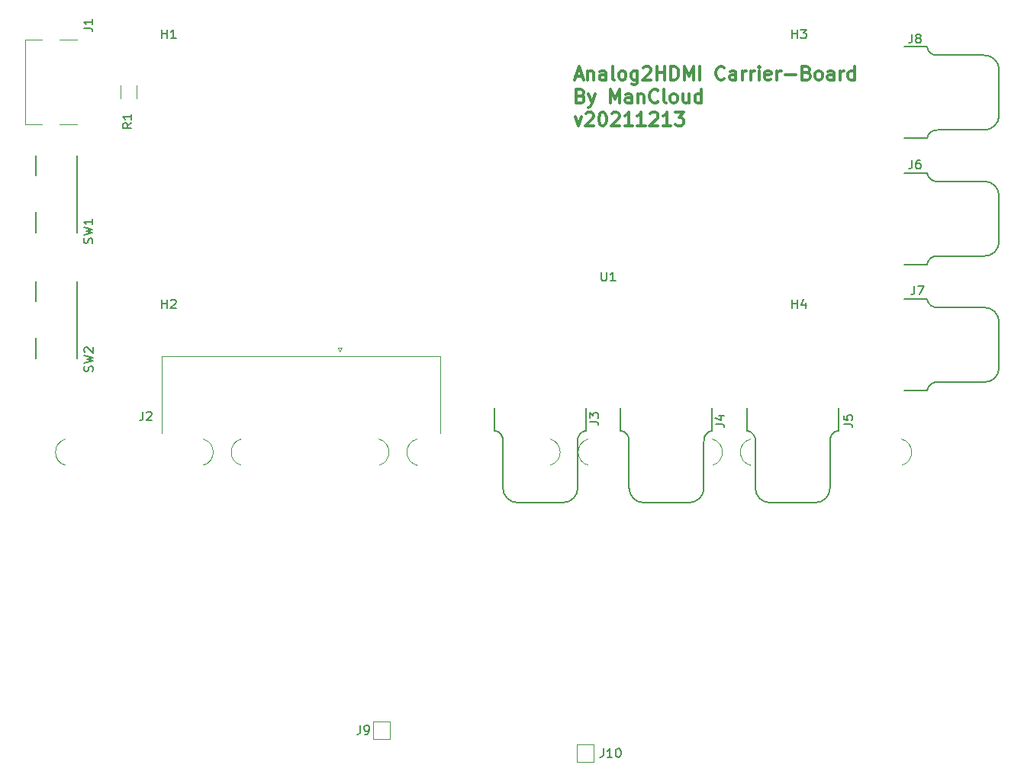
<source format=gbr>
%TF.GenerationSoftware,KiCad,Pcbnew,(5.1.10)-1*%
%TF.CreationDate,2021-12-13T12:24:24+01:00*%
%TF.ProjectId,Analog2HDMI_panel,416e616c-6f67-4324-9844-4d495f70616e,rev?*%
%TF.SameCoordinates,Original*%
%TF.FileFunction,Legend,Top*%
%TF.FilePolarity,Positive*%
%FSLAX46Y46*%
G04 Gerber Fmt 4.6, Leading zero omitted, Abs format (unit mm)*
G04 Created by KiCad (PCBNEW (5.1.10)-1) date 2021-12-13 12:24:24*
%MOMM*%
%LPD*%
G01*
G04 APERTURE LIST*
%ADD10C,0.300000*%
%ADD11C,0.120000*%
%ADD12C,0.150000*%
%ADD13C,0.127000*%
G04 APERTURE END LIST*
D10*
X160218714Y-59740000D02*
X160933000Y-59740000D01*
X160075857Y-60168571D02*
X160575857Y-58668571D01*
X161075857Y-60168571D01*
X161575857Y-59168571D02*
X161575857Y-60168571D01*
X161575857Y-59311428D02*
X161647285Y-59240000D01*
X161790142Y-59168571D01*
X162004428Y-59168571D01*
X162147285Y-59240000D01*
X162218714Y-59382857D01*
X162218714Y-60168571D01*
X163575857Y-60168571D02*
X163575857Y-59382857D01*
X163504428Y-59240000D01*
X163361571Y-59168571D01*
X163075857Y-59168571D01*
X162933000Y-59240000D01*
X163575857Y-60097142D02*
X163433000Y-60168571D01*
X163075857Y-60168571D01*
X162933000Y-60097142D01*
X162861571Y-59954285D01*
X162861571Y-59811428D01*
X162933000Y-59668571D01*
X163075857Y-59597142D01*
X163433000Y-59597142D01*
X163575857Y-59525714D01*
X164504428Y-60168571D02*
X164361571Y-60097142D01*
X164290142Y-59954285D01*
X164290142Y-58668571D01*
X165290142Y-60168571D02*
X165147285Y-60097142D01*
X165075857Y-60025714D01*
X165004428Y-59882857D01*
X165004428Y-59454285D01*
X165075857Y-59311428D01*
X165147285Y-59240000D01*
X165290142Y-59168571D01*
X165504428Y-59168571D01*
X165647285Y-59240000D01*
X165718714Y-59311428D01*
X165790142Y-59454285D01*
X165790142Y-59882857D01*
X165718714Y-60025714D01*
X165647285Y-60097142D01*
X165504428Y-60168571D01*
X165290142Y-60168571D01*
X167075857Y-59168571D02*
X167075857Y-60382857D01*
X167004428Y-60525714D01*
X166933000Y-60597142D01*
X166790142Y-60668571D01*
X166575857Y-60668571D01*
X166433000Y-60597142D01*
X167075857Y-60097142D02*
X166933000Y-60168571D01*
X166647285Y-60168571D01*
X166504428Y-60097142D01*
X166433000Y-60025714D01*
X166361571Y-59882857D01*
X166361571Y-59454285D01*
X166433000Y-59311428D01*
X166504428Y-59240000D01*
X166647285Y-59168571D01*
X166933000Y-59168571D01*
X167075857Y-59240000D01*
X167718714Y-58811428D02*
X167790142Y-58740000D01*
X167933000Y-58668571D01*
X168290142Y-58668571D01*
X168433000Y-58740000D01*
X168504428Y-58811428D01*
X168575857Y-58954285D01*
X168575857Y-59097142D01*
X168504428Y-59311428D01*
X167647285Y-60168571D01*
X168575857Y-60168571D01*
X169218714Y-60168571D02*
X169218714Y-58668571D01*
X169218714Y-59382857D02*
X170075857Y-59382857D01*
X170075857Y-60168571D02*
X170075857Y-58668571D01*
X170790142Y-60168571D02*
X170790142Y-58668571D01*
X171147285Y-58668571D01*
X171361571Y-58740000D01*
X171504428Y-58882857D01*
X171575857Y-59025714D01*
X171647285Y-59311428D01*
X171647285Y-59525714D01*
X171575857Y-59811428D01*
X171504428Y-59954285D01*
X171361571Y-60097142D01*
X171147285Y-60168571D01*
X170790142Y-60168571D01*
X172290142Y-60168571D02*
X172290142Y-58668571D01*
X172790142Y-59740000D01*
X173290142Y-58668571D01*
X173290142Y-60168571D01*
X174004428Y-60168571D02*
X174004428Y-58668571D01*
X176718714Y-60025714D02*
X176647285Y-60097142D01*
X176433000Y-60168571D01*
X176290142Y-60168571D01*
X176075857Y-60097142D01*
X175933000Y-59954285D01*
X175861571Y-59811428D01*
X175790142Y-59525714D01*
X175790142Y-59311428D01*
X175861571Y-59025714D01*
X175933000Y-58882857D01*
X176075857Y-58740000D01*
X176290142Y-58668571D01*
X176433000Y-58668571D01*
X176647285Y-58740000D01*
X176718714Y-58811428D01*
X178004428Y-60168571D02*
X178004428Y-59382857D01*
X177933000Y-59240000D01*
X177790142Y-59168571D01*
X177504428Y-59168571D01*
X177361571Y-59240000D01*
X178004428Y-60097142D02*
X177861571Y-60168571D01*
X177504428Y-60168571D01*
X177361571Y-60097142D01*
X177290142Y-59954285D01*
X177290142Y-59811428D01*
X177361571Y-59668571D01*
X177504428Y-59597142D01*
X177861571Y-59597142D01*
X178004428Y-59525714D01*
X178718714Y-60168571D02*
X178718714Y-59168571D01*
X178718714Y-59454285D02*
X178790142Y-59311428D01*
X178861571Y-59240000D01*
X179004428Y-59168571D01*
X179147285Y-59168571D01*
X179647285Y-60168571D02*
X179647285Y-59168571D01*
X179647285Y-59454285D02*
X179718714Y-59311428D01*
X179790142Y-59240000D01*
X179933000Y-59168571D01*
X180075857Y-59168571D01*
X180575857Y-60168571D02*
X180575857Y-59168571D01*
X180575857Y-58668571D02*
X180504428Y-58740000D01*
X180575857Y-58811428D01*
X180647285Y-58740000D01*
X180575857Y-58668571D01*
X180575857Y-58811428D01*
X181861571Y-60097142D02*
X181718714Y-60168571D01*
X181433000Y-60168571D01*
X181290142Y-60097142D01*
X181218714Y-59954285D01*
X181218714Y-59382857D01*
X181290142Y-59240000D01*
X181433000Y-59168571D01*
X181718714Y-59168571D01*
X181861571Y-59240000D01*
X181933000Y-59382857D01*
X181933000Y-59525714D01*
X181218714Y-59668571D01*
X182575857Y-60168571D02*
X182575857Y-59168571D01*
X182575857Y-59454285D02*
X182647285Y-59311428D01*
X182718714Y-59240000D01*
X182861571Y-59168571D01*
X183004428Y-59168571D01*
X183504428Y-59597142D02*
X184647285Y-59597142D01*
X185861571Y-59382857D02*
X186075857Y-59454285D01*
X186147285Y-59525714D01*
X186218714Y-59668571D01*
X186218714Y-59882857D01*
X186147285Y-60025714D01*
X186075857Y-60097142D01*
X185933000Y-60168571D01*
X185361571Y-60168571D01*
X185361571Y-58668571D01*
X185861571Y-58668571D01*
X186004428Y-58740000D01*
X186075857Y-58811428D01*
X186147285Y-58954285D01*
X186147285Y-59097142D01*
X186075857Y-59240000D01*
X186004428Y-59311428D01*
X185861571Y-59382857D01*
X185361571Y-59382857D01*
X187075857Y-60168571D02*
X186933000Y-60097142D01*
X186861571Y-60025714D01*
X186790142Y-59882857D01*
X186790142Y-59454285D01*
X186861571Y-59311428D01*
X186933000Y-59240000D01*
X187075857Y-59168571D01*
X187290142Y-59168571D01*
X187433000Y-59240000D01*
X187504428Y-59311428D01*
X187575857Y-59454285D01*
X187575857Y-59882857D01*
X187504428Y-60025714D01*
X187433000Y-60097142D01*
X187290142Y-60168571D01*
X187075857Y-60168571D01*
X188861571Y-60168571D02*
X188861571Y-59382857D01*
X188790142Y-59240000D01*
X188647285Y-59168571D01*
X188361571Y-59168571D01*
X188218714Y-59240000D01*
X188861571Y-60097142D02*
X188718714Y-60168571D01*
X188361571Y-60168571D01*
X188218714Y-60097142D01*
X188147285Y-59954285D01*
X188147285Y-59811428D01*
X188218714Y-59668571D01*
X188361571Y-59597142D01*
X188718714Y-59597142D01*
X188861571Y-59525714D01*
X189575857Y-60168571D02*
X189575857Y-59168571D01*
X189575857Y-59454285D02*
X189647285Y-59311428D01*
X189718714Y-59240000D01*
X189861571Y-59168571D01*
X190004428Y-59168571D01*
X191147285Y-60168571D02*
X191147285Y-58668571D01*
X191147285Y-60097142D02*
X191004428Y-60168571D01*
X190718714Y-60168571D01*
X190575857Y-60097142D01*
X190504428Y-60025714D01*
X190433000Y-59882857D01*
X190433000Y-59454285D01*
X190504428Y-59311428D01*
X190575857Y-59240000D01*
X190718714Y-59168571D01*
X191004428Y-59168571D01*
X191147285Y-59240000D01*
X160790142Y-61932857D02*
X161004428Y-62004285D01*
X161075857Y-62075714D01*
X161147285Y-62218571D01*
X161147285Y-62432857D01*
X161075857Y-62575714D01*
X161004428Y-62647142D01*
X160861571Y-62718571D01*
X160290142Y-62718571D01*
X160290142Y-61218571D01*
X160790142Y-61218571D01*
X160933000Y-61290000D01*
X161004428Y-61361428D01*
X161075857Y-61504285D01*
X161075857Y-61647142D01*
X161004428Y-61790000D01*
X160933000Y-61861428D01*
X160790142Y-61932857D01*
X160290142Y-61932857D01*
X161647285Y-61718571D02*
X162004428Y-62718571D01*
X162361571Y-61718571D02*
X162004428Y-62718571D01*
X161861571Y-63075714D01*
X161790142Y-63147142D01*
X161647285Y-63218571D01*
X164075857Y-62718571D02*
X164075857Y-61218571D01*
X164575857Y-62290000D01*
X165075857Y-61218571D01*
X165075857Y-62718571D01*
X166433000Y-62718571D02*
X166433000Y-61932857D01*
X166361571Y-61790000D01*
X166218714Y-61718571D01*
X165933000Y-61718571D01*
X165790142Y-61790000D01*
X166433000Y-62647142D02*
X166290142Y-62718571D01*
X165933000Y-62718571D01*
X165790142Y-62647142D01*
X165718714Y-62504285D01*
X165718714Y-62361428D01*
X165790142Y-62218571D01*
X165933000Y-62147142D01*
X166290142Y-62147142D01*
X166433000Y-62075714D01*
X167147285Y-61718571D02*
X167147285Y-62718571D01*
X167147285Y-61861428D02*
X167218714Y-61790000D01*
X167361571Y-61718571D01*
X167575857Y-61718571D01*
X167718714Y-61790000D01*
X167790142Y-61932857D01*
X167790142Y-62718571D01*
X169361571Y-62575714D02*
X169290142Y-62647142D01*
X169075857Y-62718571D01*
X168933000Y-62718571D01*
X168718714Y-62647142D01*
X168575857Y-62504285D01*
X168504428Y-62361428D01*
X168433000Y-62075714D01*
X168433000Y-61861428D01*
X168504428Y-61575714D01*
X168575857Y-61432857D01*
X168718714Y-61290000D01*
X168933000Y-61218571D01*
X169075857Y-61218571D01*
X169290142Y-61290000D01*
X169361571Y-61361428D01*
X170218714Y-62718571D02*
X170075857Y-62647142D01*
X170004428Y-62504285D01*
X170004428Y-61218571D01*
X171004428Y-62718571D02*
X170861571Y-62647142D01*
X170790142Y-62575714D01*
X170718714Y-62432857D01*
X170718714Y-62004285D01*
X170790142Y-61861428D01*
X170861571Y-61790000D01*
X171004428Y-61718571D01*
X171218714Y-61718571D01*
X171361571Y-61790000D01*
X171433000Y-61861428D01*
X171504428Y-62004285D01*
X171504428Y-62432857D01*
X171433000Y-62575714D01*
X171361571Y-62647142D01*
X171218714Y-62718571D01*
X171004428Y-62718571D01*
X172790142Y-61718571D02*
X172790142Y-62718571D01*
X172147285Y-61718571D02*
X172147285Y-62504285D01*
X172218714Y-62647142D01*
X172361571Y-62718571D01*
X172575857Y-62718571D01*
X172718714Y-62647142D01*
X172790142Y-62575714D01*
X174147285Y-62718571D02*
X174147285Y-61218571D01*
X174147285Y-62647142D02*
X174004428Y-62718571D01*
X173718714Y-62718571D01*
X173575857Y-62647142D01*
X173504428Y-62575714D01*
X173433000Y-62432857D01*
X173433000Y-62004285D01*
X173504428Y-61861428D01*
X173575857Y-61790000D01*
X173718714Y-61718571D01*
X174004428Y-61718571D01*
X174147285Y-61790000D01*
X160147285Y-64268571D02*
X160504428Y-65268571D01*
X160861571Y-64268571D01*
X161361571Y-63911428D02*
X161433000Y-63840000D01*
X161575857Y-63768571D01*
X161933000Y-63768571D01*
X162075857Y-63840000D01*
X162147285Y-63911428D01*
X162218714Y-64054285D01*
X162218714Y-64197142D01*
X162147285Y-64411428D01*
X161290142Y-65268571D01*
X162218714Y-65268571D01*
X163147285Y-63768571D02*
X163290142Y-63768571D01*
X163433000Y-63840000D01*
X163504428Y-63911428D01*
X163575857Y-64054285D01*
X163647285Y-64340000D01*
X163647285Y-64697142D01*
X163575857Y-64982857D01*
X163504428Y-65125714D01*
X163433000Y-65197142D01*
X163290142Y-65268571D01*
X163147285Y-65268571D01*
X163004428Y-65197142D01*
X162933000Y-65125714D01*
X162861571Y-64982857D01*
X162790142Y-64697142D01*
X162790142Y-64340000D01*
X162861571Y-64054285D01*
X162933000Y-63911428D01*
X163004428Y-63840000D01*
X163147285Y-63768571D01*
X164218714Y-63911428D02*
X164290142Y-63840000D01*
X164433000Y-63768571D01*
X164790142Y-63768571D01*
X164933000Y-63840000D01*
X165004428Y-63911428D01*
X165075857Y-64054285D01*
X165075857Y-64197142D01*
X165004428Y-64411428D01*
X164147285Y-65268571D01*
X165075857Y-65268571D01*
X166504428Y-65268571D02*
X165647285Y-65268571D01*
X166075857Y-65268571D02*
X166075857Y-63768571D01*
X165933000Y-63982857D01*
X165790142Y-64125714D01*
X165647285Y-64197142D01*
X167933000Y-65268571D02*
X167075857Y-65268571D01*
X167504428Y-65268571D02*
X167504428Y-63768571D01*
X167361571Y-63982857D01*
X167218714Y-64125714D01*
X167075857Y-64197142D01*
X168504428Y-63911428D02*
X168575857Y-63840000D01*
X168718714Y-63768571D01*
X169075857Y-63768571D01*
X169218714Y-63840000D01*
X169290142Y-63911428D01*
X169361571Y-64054285D01*
X169361571Y-64197142D01*
X169290142Y-64411428D01*
X168433000Y-65268571D01*
X169361571Y-65268571D01*
X170790142Y-65268571D02*
X169933000Y-65268571D01*
X170361571Y-65268571D02*
X170361571Y-63768571D01*
X170218714Y-63982857D01*
X170075857Y-64125714D01*
X169933000Y-64197142D01*
X171290142Y-63768571D02*
X172218714Y-63768571D01*
X171718714Y-64340000D01*
X171933000Y-64340000D01*
X172075857Y-64411428D01*
X172147285Y-64482857D01*
X172218714Y-64625714D01*
X172218714Y-64982857D01*
X172147285Y-65125714D01*
X172075857Y-65197142D01*
X171933000Y-65268571D01*
X171504428Y-65268571D01*
X171361571Y-65197142D01*
X171290142Y-65125714D01*
D11*
%TO.C,J9*%
X137734000Y-133338000D02*
X137734000Y-131438000D01*
X139634000Y-133338000D02*
X137734000Y-133338000D01*
X139634000Y-131438000D02*
X139634000Y-133338000D01*
X137734000Y-131438000D02*
X139634000Y-131438000D01*
%TO.C,J10*%
X160340000Y-135878000D02*
X160340000Y-133978000D01*
X162240000Y-135878000D02*
X160340000Y-135878000D01*
X162240000Y-133978000D02*
X162240000Y-135878000D01*
X160340000Y-133978000D02*
X162240000Y-133978000D01*
%TO.C,mouse-bite-3mm-slot*%
X179620316Y-102955451D02*
G75*
G02*
X179600001Y-100050001I379684J1455451D01*
G01*
X175379684Y-100044549D02*
G75*
G02*
X175399999Y-102949999I-379684J-1455451D01*
G01*
X123120316Y-102955451D02*
G75*
G02*
X123100001Y-100050001I379684J1455451D01*
G01*
X118879684Y-100044549D02*
G75*
G02*
X118899999Y-102949999I-379684J-1455451D01*
G01*
X161620316Y-102955451D02*
G75*
G02*
X161600001Y-100050001I379684J1455451D01*
G01*
X157379684Y-100044549D02*
G75*
G02*
X157399999Y-102949999I-379684J-1455451D01*
G01*
X142620316Y-102955451D02*
G75*
G02*
X142600001Y-100050001I379684J1455451D01*
G01*
X138379684Y-100044549D02*
G75*
G02*
X138399999Y-102949999I-379684J-1455451D01*
G01*
X196379684Y-100044549D02*
G75*
G02*
X196399999Y-102949999I-379684J-1455451D01*
G01*
X103620316Y-102955451D02*
G75*
G02*
X103600001Y-100050001I379684J1455451D01*
G01*
D12*
%TO.C,SW2*%
X100316000Y-88836000D02*
X100316000Y-91136000D01*
X100316000Y-82536000D02*
X100316000Y-84736000D01*
X104916000Y-82536000D02*
X104916000Y-91136000D01*
%TO.C,SW1*%
X100316000Y-74866000D02*
X100316000Y-77166000D01*
X100316000Y-68566000D02*
X100316000Y-70766000D01*
X104916000Y-68566000D02*
X104916000Y-77166000D01*
D11*
%TO.C,J1*%
X99110000Y-55735000D02*
X99110000Y-65135000D01*
X104910000Y-65135000D02*
X102910000Y-65135000D01*
X101010000Y-65135000D02*
X99110000Y-65135000D01*
X104910000Y-55735000D02*
X102910000Y-55735000D01*
X101010000Y-55735000D02*
X99110000Y-55735000D01*
D13*
%TO.C,J8*%
X200475000Y-57435000D02*
X205555000Y-57435000D01*
X207205000Y-59045000D02*
X207205000Y-64125000D01*
X205555000Y-65735000D02*
X200475000Y-65735000D01*
X196665000Y-56505000D02*
X199205000Y-56505000D01*
X196665000Y-66665000D02*
X199205000Y-66665000D01*
X199205000Y-56505000D02*
G75*
G03*
X200475000Y-57435000I1100000J170000D01*
G01*
X200475000Y-65735000D02*
G75*
G03*
X199205000Y-66665000I-170000J-1100000D01*
G01*
X207205000Y-64125000D02*
G75*
G02*
X205555000Y-65735000I-1630000J20000D01*
G01*
X205555000Y-57435000D02*
G75*
G02*
X207205000Y-59045000I20000J-1630000D01*
G01*
%TO.C,J7*%
X196665000Y-94665000D02*
X199205000Y-94665000D01*
X196665000Y-84505000D02*
X199205000Y-84505000D01*
X205555000Y-93735000D02*
X200475000Y-93735000D01*
X207205000Y-87045000D02*
X207205000Y-92125000D01*
X200475000Y-85435000D02*
X205555000Y-85435000D01*
X205555000Y-85435000D02*
G75*
G02*
X207205000Y-87045000I20000J-1630000D01*
G01*
X207205000Y-92125000D02*
G75*
G02*
X205555000Y-93735000I-1630000J20000D01*
G01*
X200475000Y-93735000D02*
G75*
G03*
X199205000Y-94665000I-170000J-1100000D01*
G01*
X199205000Y-84505000D02*
G75*
G03*
X200475000Y-85435000I1100000J170000D01*
G01*
%TO.C,J6*%
X200475000Y-71435000D02*
X205555000Y-71435000D01*
X207205000Y-73045000D02*
X207205000Y-78125000D01*
X205555000Y-79735000D02*
X200475000Y-79735000D01*
X196665000Y-70505000D02*
X199205000Y-70505000D01*
X196665000Y-80665000D02*
X199205000Y-80665000D01*
X205555000Y-71435000D02*
G75*
G02*
X207205000Y-73045000I20000J-1630000D01*
G01*
X207205000Y-78125000D02*
G75*
G02*
X205555000Y-79735000I-1630000J20000D01*
G01*
X200475000Y-79735000D02*
G75*
G03*
X199205000Y-80665000I-170000J-1100000D01*
G01*
X199205000Y-70505000D02*
G75*
G03*
X200475000Y-71435000I1100000J170000D01*
G01*
%TO.C,J5*%
X188445000Y-100370000D02*
X188445000Y-105450000D01*
X186835000Y-107100000D02*
X181755000Y-107100000D01*
X180145000Y-105450000D02*
X180145000Y-100370000D01*
X189375000Y-96560000D02*
X189375000Y-99100000D01*
X179215000Y-96560000D02*
X179215000Y-99100000D01*
X188445000Y-105450000D02*
G75*
G02*
X186835000Y-107100000I-1630000J-20000D01*
G01*
X181755000Y-107100000D02*
G75*
G02*
X180145000Y-105450000I20000J1630000D01*
G01*
X180145000Y-100370000D02*
G75*
G03*
X179215000Y-99100000I-1100000J170000D01*
G01*
X189375000Y-99100000D02*
G75*
G03*
X188445000Y-100370000I170000J-1100000D01*
G01*
%TO.C,J4*%
X165215000Y-96560000D02*
X165215000Y-99100000D01*
X175375000Y-96560000D02*
X175375000Y-99100000D01*
X166145000Y-105450000D02*
X166145000Y-100370000D01*
X172835000Y-107100000D02*
X167755000Y-107100000D01*
X174445000Y-100370000D02*
X174445000Y-105450000D01*
X175375000Y-99100000D02*
G75*
G03*
X174445000Y-100370000I170000J-1100000D01*
G01*
X166145000Y-100370000D02*
G75*
G03*
X165215000Y-99100000I-1100000J170000D01*
G01*
X167755000Y-107100000D02*
G75*
G02*
X166145000Y-105450000I20000J1630000D01*
G01*
X174445000Y-105450000D02*
G75*
G02*
X172835000Y-107100000I-1630000J-20000D01*
G01*
%TO.C,J3*%
X151215000Y-96560000D02*
X151215000Y-99100000D01*
X161375000Y-96560000D02*
X161375000Y-99100000D01*
X152145000Y-105450000D02*
X152145000Y-100370000D01*
X158835000Y-107100000D02*
X153755000Y-107100000D01*
X160445000Y-100370000D02*
X160445000Y-105450000D01*
X160445000Y-105450000D02*
G75*
G02*
X158835000Y-107100000I-1630000J-20000D01*
G01*
X153755000Y-107100000D02*
G75*
G02*
X152145000Y-105450000I20000J1630000D01*
G01*
X152145000Y-100370000D02*
G75*
G03*
X151215000Y-99100000I-1100000J170000D01*
G01*
X161375000Y-99100000D02*
G75*
G03*
X160445000Y-100370000I170000J-1100000D01*
G01*
D11*
%TO.C,R1*%
X109720000Y-62239564D02*
X109720000Y-60785436D01*
X111540000Y-62239564D02*
X111540000Y-60785436D01*
%TO.C,J2*%
X114260000Y-99430000D02*
X114260000Y-90830000D01*
X114260000Y-90830000D02*
X145230000Y-90830000D01*
X145230000Y-90830000D02*
X145230000Y-99430000D01*
X133810000Y-89935662D02*
X134310000Y-89935662D01*
X134310000Y-89935662D02*
X134060000Y-90368675D01*
X134060000Y-90368675D02*
X133810000Y-89935662D01*
%TO.C,J9*%
D12*
X136318666Y-131840380D02*
X136318666Y-132554666D01*
X136271047Y-132697523D01*
X136175809Y-132792761D01*
X136032952Y-132840380D01*
X135937714Y-132840380D01*
X136842476Y-132840380D02*
X137032952Y-132840380D01*
X137128190Y-132792761D01*
X137175809Y-132745142D01*
X137271047Y-132602285D01*
X137318666Y-132411809D01*
X137318666Y-132030857D01*
X137271047Y-131935619D01*
X137223428Y-131888000D01*
X137128190Y-131840380D01*
X136937714Y-131840380D01*
X136842476Y-131888000D01*
X136794857Y-131935619D01*
X136747238Y-132030857D01*
X136747238Y-132268952D01*
X136794857Y-132364190D01*
X136842476Y-132411809D01*
X136937714Y-132459428D01*
X137128190Y-132459428D01*
X137223428Y-132411809D01*
X137271047Y-132364190D01*
X137318666Y-132268952D01*
%TO.C,J10*%
X163274476Y-134380380D02*
X163274476Y-135094666D01*
X163226857Y-135237523D01*
X163131619Y-135332761D01*
X162988761Y-135380380D01*
X162893523Y-135380380D01*
X164274476Y-135380380D02*
X163703047Y-135380380D01*
X163988761Y-135380380D02*
X163988761Y-134380380D01*
X163893523Y-134523238D01*
X163798285Y-134618476D01*
X163703047Y-134666095D01*
X164893523Y-134380380D02*
X164988761Y-134380380D01*
X165084000Y-134428000D01*
X165131619Y-134475619D01*
X165179238Y-134570857D01*
X165226857Y-134761333D01*
X165226857Y-134999428D01*
X165179238Y-135189904D01*
X165131619Y-135285142D01*
X165084000Y-135332761D01*
X164988761Y-135380380D01*
X164893523Y-135380380D01*
X164798285Y-135332761D01*
X164750666Y-135285142D01*
X164703047Y-135189904D01*
X164655428Y-134999428D01*
X164655428Y-134761333D01*
X164703047Y-134570857D01*
X164750666Y-134475619D01*
X164798285Y-134428000D01*
X164893523Y-134380380D01*
%TO.C,U1*%
X163068095Y-81494380D02*
X163068095Y-82303904D01*
X163115714Y-82399142D01*
X163163333Y-82446761D01*
X163258571Y-82494380D01*
X163449047Y-82494380D01*
X163544285Y-82446761D01*
X163591904Y-82399142D01*
X163639523Y-82303904D01*
X163639523Y-81494380D01*
X164639523Y-82494380D02*
X164068095Y-82494380D01*
X164353809Y-82494380D02*
X164353809Y-81494380D01*
X164258571Y-81637238D01*
X164163333Y-81732476D01*
X164068095Y-81780095D01*
%TO.C,SW2*%
X106620761Y-92519333D02*
X106668380Y-92376476D01*
X106668380Y-92138380D01*
X106620761Y-92043142D01*
X106573142Y-91995523D01*
X106477904Y-91947904D01*
X106382666Y-91947904D01*
X106287428Y-91995523D01*
X106239809Y-92043142D01*
X106192190Y-92138380D01*
X106144571Y-92328857D01*
X106096952Y-92424095D01*
X106049333Y-92471714D01*
X105954095Y-92519333D01*
X105858857Y-92519333D01*
X105763619Y-92471714D01*
X105716000Y-92424095D01*
X105668380Y-92328857D01*
X105668380Y-92090761D01*
X105716000Y-91947904D01*
X105668380Y-91614571D02*
X106668380Y-91376476D01*
X105954095Y-91186000D01*
X106668380Y-90995523D01*
X105668380Y-90757428D01*
X105763619Y-90424095D02*
X105716000Y-90376476D01*
X105668380Y-90281238D01*
X105668380Y-90043142D01*
X105716000Y-89947904D01*
X105763619Y-89900285D01*
X105858857Y-89852666D01*
X105954095Y-89852666D01*
X106096952Y-89900285D01*
X106668380Y-90471714D01*
X106668380Y-89852666D01*
%TO.C,SW1*%
X106576761Y-78295333D02*
X106624380Y-78152476D01*
X106624380Y-77914380D01*
X106576761Y-77819142D01*
X106529142Y-77771523D01*
X106433904Y-77723904D01*
X106338666Y-77723904D01*
X106243428Y-77771523D01*
X106195809Y-77819142D01*
X106148190Y-77914380D01*
X106100571Y-78104857D01*
X106052952Y-78200095D01*
X106005333Y-78247714D01*
X105910095Y-78295333D01*
X105814857Y-78295333D01*
X105719619Y-78247714D01*
X105672000Y-78200095D01*
X105624380Y-78104857D01*
X105624380Y-77866761D01*
X105672000Y-77723904D01*
X105624380Y-77390571D02*
X106624380Y-77152476D01*
X105910095Y-76962000D01*
X106624380Y-76771523D01*
X105624380Y-76533428D01*
X106624380Y-75628666D02*
X106624380Y-76200095D01*
X106624380Y-75914380D02*
X105624380Y-75914380D01*
X105767238Y-76009619D01*
X105862476Y-76104857D01*
X105910095Y-76200095D01*
%TO.C,J1*%
X105624380Y-54435333D02*
X106338666Y-54435333D01*
X106481523Y-54482952D01*
X106576761Y-54578190D01*
X106624380Y-54721047D01*
X106624380Y-54816285D01*
X106624380Y-53435333D02*
X106624380Y-54006761D01*
X106624380Y-53721047D02*
X105624380Y-53721047D01*
X105767238Y-53816285D01*
X105862476Y-53911523D01*
X105910095Y-54006761D01*
%TO.C,J8*%
X197532666Y-55078380D02*
X197532666Y-55792666D01*
X197485047Y-55935523D01*
X197389809Y-56030761D01*
X197246952Y-56078380D01*
X197151714Y-56078380D01*
X198151714Y-55506952D02*
X198056476Y-55459333D01*
X198008857Y-55411714D01*
X197961238Y-55316476D01*
X197961238Y-55268857D01*
X198008857Y-55173619D01*
X198056476Y-55126000D01*
X198151714Y-55078380D01*
X198342190Y-55078380D01*
X198437428Y-55126000D01*
X198485047Y-55173619D01*
X198532666Y-55268857D01*
X198532666Y-55316476D01*
X198485047Y-55411714D01*
X198437428Y-55459333D01*
X198342190Y-55506952D01*
X198151714Y-55506952D01*
X198056476Y-55554571D01*
X198008857Y-55602190D01*
X197961238Y-55697428D01*
X197961238Y-55887904D01*
X198008857Y-55983142D01*
X198056476Y-56030761D01*
X198151714Y-56078380D01*
X198342190Y-56078380D01*
X198437428Y-56030761D01*
X198485047Y-55983142D01*
X198532666Y-55887904D01*
X198532666Y-55697428D01*
X198485047Y-55602190D01*
X198437428Y-55554571D01*
X198342190Y-55506952D01*
%TO.C,J7*%
X197786666Y-83018380D02*
X197786666Y-83732666D01*
X197739047Y-83875523D01*
X197643809Y-83970761D01*
X197500952Y-84018380D01*
X197405714Y-84018380D01*
X198167619Y-83018380D02*
X198834285Y-83018380D01*
X198405714Y-84018380D01*
%TO.C,J6*%
X197532666Y-69048380D02*
X197532666Y-69762666D01*
X197485047Y-69905523D01*
X197389809Y-70000761D01*
X197246952Y-70048380D01*
X197151714Y-70048380D01*
X198437428Y-69048380D02*
X198246952Y-69048380D01*
X198151714Y-69096000D01*
X198104095Y-69143619D01*
X198008857Y-69286476D01*
X197961238Y-69476952D01*
X197961238Y-69857904D01*
X198008857Y-69953142D01*
X198056476Y-70000761D01*
X198151714Y-70048380D01*
X198342190Y-70048380D01*
X198437428Y-70000761D01*
X198485047Y-69953142D01*
X198532666Y-69857904D01*
X198532666Y-69619809D01*
X198485047Y-69524571D01*
X198437428Y-69476952D01*
X198342190Y-69429333D01*
X198151714Y-69429333D01*
X198056476Y-69476952D01*
X198008857Y-69524571D01*
X197961238Y-69619809D01*
%TO.C,J5*%
X189952380Y-98377333D02*
X190666666Y-98377333D01*
X190809523Y-98424952D01*
X190904761Y-98520190D01*
X190952380Y-98663047D01*
X190952380Y-98758285D01*
X189952380Y-97424952D02*
X189952380Y-97901142D01*
X190428571Y-97948761D01*
X190380952Y-97901142D01*
X190333333Y-97805904D01*
X190333333Y-97567809D01*
X190380952Y-97472571D01*
X190428571Y-97424952D01*
X190523809Y-97377333D01*
X190761904Y-97377333D01*
X190857142Y-97424952D01*
X190904761Y-97472571D01*
X190952380Y-97567809D01*
X190952380Y-97805904D01*
X190904761Y-97901142D01*
X190857142Y-97948761D01*
%TO.C,J4*%
X175728380Y-98377333D02*
X176442666Y-98377333D01*
X176585523Y-98424952D01*
X176680761Y-98520190D01*
X176728380Y-98663047D01*
X176728380Y-98758285D01*
X176061714Y-97472571D02*
X176728380Y-97472571D01*
X175680761Y-97710666D02*
X176395047Y-97948761D01*
X176395047Y-97329714D01*
%TO.C,J3*%
X161758380Y-98123333D02*
X162472666Y-98123333D01*
X162615523Y-98170952D01*
X162710761Y-98266190D01*
X162758380Y-98409047D01*
X162758380Y-98504285D01*
X161758380Y-97742380D02*
X161758380Y-97123333D01*
X162139333Y-97456666D01*
X162139333Y-97313809D01*
X162186952Y-97218571D01*
X162234571Y-97170952D01*
X162329809Y-97123333D01*
X162567904Y-97123333D01*
X162663142Y-97170952D01*
X162710761Y-97218571D01*
X162758380Y-97313809D01*
X162758380Y-97599523D01*
X162710761Y-97694761D01*
X162663142Y-97742380D01*
%TO.C,H4*%
X184238095Y-85542380D02*
X184238095Y-84542380D01*
X184238095Y-85018571D02*
X184809523Y-85018571D01*
X184809523Y-85542380D02*
X184809523Y-84542380D01*
X185714285Y-84875714D02*
X185714285Y-85542380D01*
X185476190Y-84494761D02*
X185238095Y-85209047D01*
X185857142Y-85209047D01*
%TO.C,H3*%
X184238095Y-55570380D02*
X184238095Y-54570380D01*
X184238095Y-55046571D02*
X184809523Y-55046571D01*
X184809523Y-55570380D02*
X184809523Y-54570380D01*
X185190476Y-54570380D02*
X185809523Y-54570380D01*
X185476190Y-54951333D01*
X185619047Y-54951333D01*
X185714285Y-54998952D01*
X185761904Y-55046571D01*
X185809523Y-55141809D01*
X185809523Y-55379904D01*
X185761904Y-55475142D01*
X185714285Y-55522761D01*
X185619047Y-55570380D01*
X185333333Y-55570380D01*
X185238095Y-55522761D01*
X185190476Y-55475142D01*
%TO.C,H2*%
X114300095Y-85542380D02*
X114300095Y-84542380D01*
X114300095Y-85018571D02*
X114871523Y-85018571D01*
X114871523Y-85542380D02*
X114871523Y-84542380D01*
X115300095Y-84637619D02*
X115347714Y-84590000D01*
X115442952Y-84542380D01*
X115681047Y-84542380D01*
X115776285Y-84590000D01*
X115823904Y-84637619D01*
X115871523Y-84732857D01*
X115871523Y-84828095D01*
X115823904Y-84970952D01*
X115252476Y-85542380D01*
X115871523Y-85542380D01*
%TO.C,H1*%
X114300095Y-55570380D02*
X114300095Y-54570380D01*
X114300095Y-55046571D02*
X114871523Y-55046571D01*
X114871523Y-55570380D02*
X114871523Y-54570380D01*
X115871523Y-55570380D02*
X115300095Y-55570380D01*
X115585809Y-55570380D02*
X115585809Y-54570380D01*
X115490571Y-54713238D01*
X115395333Y-54808476D01*
X115300095Y-54856095D01*
%TO.C,R1*%
X110942380Y-64936666D02*
X110466190Y-65270000D01*
X110942380Y-65508095D02*
X109942380Y-65508095D01*
X109942380Y-65127142D01*
X109990000Y-65031904D01*
X110037619Y-64984285D01*
X110132857Y-64936666D01*
X110275714Y-64936666D01*
X110370952Y-64984285D01*
X110418571Y-65031904D01*
X110466190Y-65127142D01*
X110466190Y-65508095D01*
X110942380Y-63984285D02*
X110942380Y-64555714D01*
X110942380Y-64270000D02*
X109942380Y-64270000D01*
X110085238Y-64365238D01*
X110180476Y-64460476D01*
X110228095Y-64555714D01*
%TO.C,J2*%
X112188666Y-96988380D02*
X112188666Y-97702666D01*
X112141047Y-97845523D01*
X112045809Y-97940761D01*
X111902952Y-97988380D01*
X111807714Y-97988380D01*
X112617238Y-97083619D02*
X112664857Y-97036000D01*
X112760095Y-96988380D01*
X112998190Y-96988380D01*
X113093428Y-97036000D01*
X113141047Y-97083619D01*
X113188666Y-97178857D01*
X113188666Y-97274095D01*
X113141047Y-97416952D01*
X112569619Y-97988380D01*
X113188666Y-97988380D01*
%TD*%
M02*

</source>
